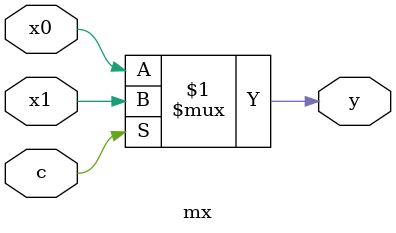
<source format=sv>
module mx (output y, input c, x0, x1);
    assign y = c ? x1 : x0;
endmodule

</source>
